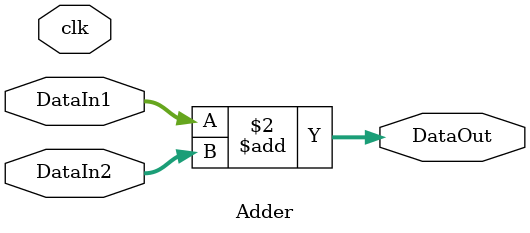
<source format=v>
`timescale 1ns/1ps
module Adder (input clk,
                input [5:0] DataIn1,
                input [5:0] DataIn2,
                output reg [5:0] DataOut);

    initial begin
        DataOut = 0;
    end

    always @(*) begin
        DataOut = DataIn1 + DataIn2;
    end

endmodule
</source>
